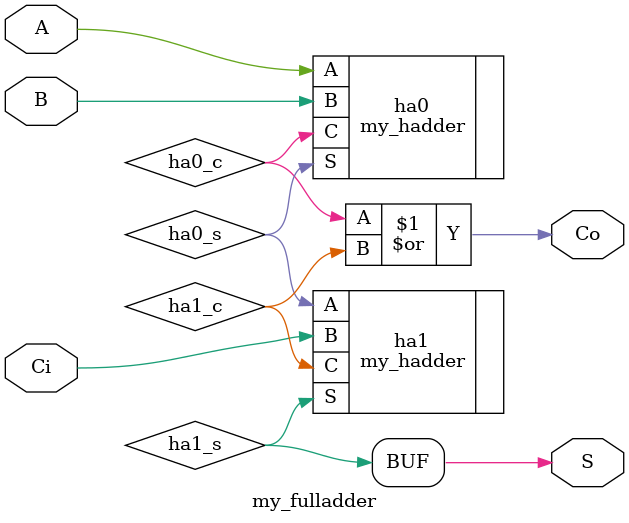
<source format=v>
`timescale 1ns / 1ps


module my_fulladder(
    input A,
    input B,
    input Ci,
    output S,
    output Co
    );
    
    wire ha0_s, ha0_c, ha1_s, ha1_c;
    
    assign S = ha1_s;
    assign Co = ha0_c | ha1_c;
    
    //my_hadder ha0(.A(A), .B(B), .
    my_hadder ha0(
    .A(A), .B(B),
    .S(ha0_s),
    .C(ha0_c)
    ); 
    my_hadder ha1(
    .A(ha0_s), .B(Ci),
    .S(ha1_s),
    .C(ha1_c)
    ); 
endmodule

</source>
